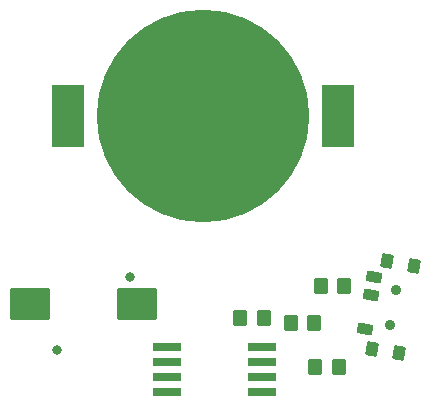
<source format=gbr>
%TF.GenerationSoftware,KiCad,Pcbnew,7.0.10*%
%TF.CreationDate,2024-01-29T00:00:28+02:00*%
%TF.ProjectId,RamenTimer_ki7,52616d65-6e54-4696-9d65-725f6b69372e,rev?*%
%TF.SameCoordinates,Original*%
%TF.FileFunction,Soldermask,Top*%
%TF.FilePolarity,Negative*%
%FSLAX46Y46*%
G04 Gerber Fmt 4.6, Leading zero omitted, Abs format (unit mm)*
G04 Created by KiCad (PCBNEW 7.0.10) date 2024-01-29 00:00:28*
%MOMM*%
%LPD*%
G01*
G04 APERTURE LIST*
G04 Aperture macros list*
%AMRoundRect*
0 Rectangle with rounded corners*
0 $1 Rounding radius*
0 $2 $3 $4 $5 $6 $7 $8 $9 X,Y pos of 4 corners*
0 Add a 4 corners polygon primitive as box body*
4,1,4,$2,$3,$4,$5,$6,$7,$8,$9,$2,$3,0*
0 Add four circle primitives for the rounded corners*
1,1,$1+$1,$2,$3*
1,1,$1+$1,$4,$5*
1,1,$1+$1,$6,$7*
1,1,$1+$1,$8,$9*
0 Add four rect primitives between the rounded corners*
20,1,$1+$1,$2,$3,$4,$5,0*
20,1,$1+$1,$4,$5,$6,$7,0*
20,1,$1+$1,$6,$7,$8,$9,0*
20,1,$1+$1,$8,$9,$2,$3,0*%
G04 Aperture macros list end*
%ADD10C,0.800000*%
%ADD11RoundRect,0.102000X-1.600000X-1.250000X1.600000X-1.250000X1.600000X1.250000X-1.600000X1.250000X0*%
%ADD12RoundRect,0.102000X-1.073150X-0.266700X1.073150X-0.266700X1.073150X0.266700X-1.073150X0.266700X0*%
%ADD13C,0.900000*%
%ADD14RoundRect,0.102000X0.602421X0.249176X-0.480867X0.440189X-0.602421X-0.249176X0.480867X-0.440189X0*%
%ADD15RoundRect,0.102000X-0.307099X0.561863X-0.480747X-0.422945X0.307099X-0.561863X0.480747X0.422945X0*%
%ADD16RoundRect,0.250000X-0.350000X-0.450000X0.350000X-0.450000X0.350000X0.450000X-0.350000X0.450000X0*%
%ADD17RoundRect,0.250000X0.350000X0.450000X-0.350000X0.450000X-0.350000X-0.450000X0.350000X-0.450000X0*%
%ADD18C,18.004000*%
%ADD19RoundRect,0.102000X-1.250000X-2.550000X1.250000X-2.550000X1.250000X2.550000X-1.250000X2.550000X0*%
G04 APERTURE END LIST*
D10*
%TO.C,LS1*%
X141370000Y-110966331D03*
X147517000Y-104819331D03*
D11*
X148120000Y-107069331D03*
X139120000Y-107069331D03*
%TD*%
D12*
%TO.C,U1*%
X150721550Y-110740000D03*
X150721550Y-112010000D03*
X150721550Y-113280000D03*
X150721550Y-114550000D03*
X158735250Y-114550000D03*
X158735250Y-113280000D03*
X158735250Y-112010000D03*
X158735250Y-110740000D03*
%TD*%
D13*
%TO.C,SW1*%
X169570000Y-108870000D03*
X170090944Y-105915576D03*
D14*
X167420908Y-109252627D03*
X167941852Y-106298203D03*
X168202325Y-104820992D03*
D15*
X168046762Y-110886122D03*
X170311820Y-111285512D03*
X169349124Y-103500064D03*
X171614182Y-103899454D03*
%TD*%
D16*
%TO.C,R4*%
X161150000Y-108680000D03*
X163150000Y-108680000D03*
%TD*%
%TO.C,R3*%
X163230000Y-112440000D03*
X165230000Y-112440000D03*
%TD*%
D17*
%TO.C,R2*%
X156880000Y-108310000D03*
X158880000Y-108310000D03*
%TD*%
D16*
%TO.C,R1*%
X163700000Y-105570000D03*
X165700000Y-105570000D03*
%TD*%
D18*
%TO.C,BT1*%
X153730000Y-91170000D03*
D19*
X142280000Y-91170000D03*
X165180000Y-91170000D03*
%TD*%
M02*

</source>
